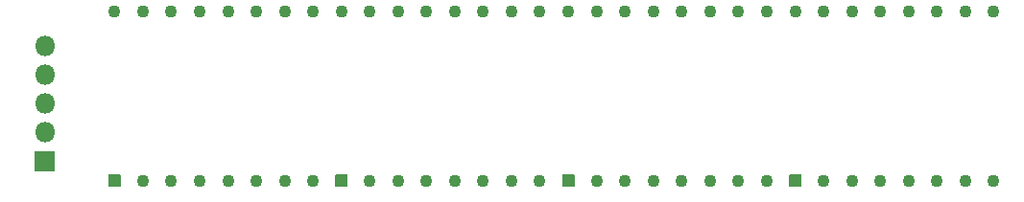
<source format=gts>
G04 #@! TF.GenerationSoftware,KiCad,Pcbnew,(5.1.9)-1*
G04 #@! TF.CreationDate,2021-03-16T21:09:54+08:00*
G04 #@! TF.ProjectId,driver,64726976-6572-42e6-9b69-6361645f7063,v1.0*
G04 #@! TF.SameCoordinates,Original*
G04 #@! TF.FileFunction,Soldermask,Top*
G04 #@! TF.FilePolarity,Negative*
%FSLAX46Y46*%
G04 Gerber Fmt 4.6, Leading zero omitted, Abs format (unit mm)*
G04 Created by KiCad (PCBNEW (5.1.9)-1) date 2021-03-16 21:09:54*
%MOMM*%
%LPD*%
G01*
G04 APERTURE LIST*
%ADD10O,1.800000X1.800000*%
%ADD11C,1.100000*%
G04 APERTURE END LIST*
D10*
X35828800Y-44972800D03*
X35828800Y-47512800D03*
X35828800Y-50052800D03*
X35828800Y-52592800D03*
G36*
G01*
X34928800Y-55982800D02*
X34928800Y-54282800D01*
G75*
G02*
X34978800Y-54232800I50000J0D01*
G01*
X36678800Y-54232800D01*
G75*
G02*
X36728800Y-54282800I0J-50000D01*
G01*
X36728800Y-55982800D01*
G75*
G02*
X36678800Y-56032800I-50000J0D01*
G01*
X34978800Y-56032800D01*
G75*
G02*
X34928800Y-55982800I0J50000D01*
G01*
G37*
G36*
G01*
X101482120Y-57384360D02*
X101482120Y-56384360D01*
G75*
G02*
X101532120Y-56334360I50000J0D01*
G01*
X102532120Y-56334360D01*
G75*
G02*
X102582120Y-56384360I0J-50000D01*
G01*
X102582120Y-57384360D01*
G75*
G02*
X102532120Y-57434360I-50000J0D01*
G01*
X101532120Y-57434360D01*
G75*
G02*
X101482120Y-57384360I0J50000D01*
G01*
G37*
D11*
X104532120Y-56884360D03*
X107032120Y-56884360D03*
X109532120Y-56884360D03*
X112032120Y-56884360D03*
X114532120Y-56884360D03*
X117032120Y-56884360D03*
X119532120Y-56884360D03*
X119532120Y-41884360D03*
X117032120Y-41884360D03*
X114532120Y-41884360D03*
X112032120Y-41884360D03*
X109532120Y-41884360D03*
X107032120Y-41884360D03*
X104532120Y-41884360D03*
X102032120Y-41884360D03*
G36*
G01*
X81466920Y-57384360D02*
X81466920Y-56384360D01*
G75*
G02*
X81516920Y-56334360I50000J0D01*
G01*
X82516920Y-56334360D01*
G75*
G02*
X82566920Y-56384360I0J-50000D01*
G01*
X82566920Y-57384360D01*
G75*
G02*
X82516920Y-57434360I-50000J0D01*
G01*
X81516920Y-57434360D01*
G75*
G02*
X81466920Y-57384360I0J50000D01*
G01*
G37*
X84516920Y-56884360D03*
X87016920Y-56884360D03*
X89516920Y-56884360D03*
X92016920Y-56884360D03*
X94516920Y-56884360D03*
X97016920Y-56884360D03*
X99516920Y-56884360D03*
X99516920Y-41884360D03*
X97016920Y-41884360D03*
X94516920Y-41884360D03*
X92016920Y-41884360D03*
X89516920Y-41884360D03*
X87016920Y-41884360D03*
X84516920Y-41884360D03*
X82016920Y-41884360D03*
G36*
G01*
X61451720Y-57384360D02*
X61451720Y-56384360D01*
G75*
G02*
X61501720Y-56334360I50000J0D01*
G01*
X62501720Y-56334360D01*
G75*
G02*
X62551720Y-56384360I0J-50000D01*
G01*
X62551720Y-57384360D01*
G75*
G02*
X62501720Y-57434360I-50000J0D01*
G01*
X61501720Y-57434360D01*
G75*
G02*
X61451720Y-57384360I0J50000D01*
G01*
G37*
X64501720Y-56884360D03*
X67001720Y-56884360D03*
X69501720Y-56884360D03*
X72001720Y-56884360D03*
X74501720Y-56884360D03*
X77001720Y-56884360D03*
X79501720Y-56884360D03*
X79501720Y-41884360D03*
X77001720Y-41884360D03*
X74501720Y-41884360D03*
X72001720Y-41884360D03*
X69501720Y-41884360D03*
X67001720Y-41884360D03*
X64501720Y-41884360D03*
X62001720Y-41884360D03*
G36*
G01*
X41436520Y-57384360D02*
X41436520Y-56384360D01*
G75*
G02*
X41486520Y-56334360I50000J0D01*
G01*
X42486520Y-56334360D01*
G75*
G02*
X42536520Y-56384360I0J-50000D01*
G01*
X42536520Y-57384360D01*
G75*
G02*
X42486520Y-57434360I-50000J0D01*
G01*
X41486520Y-57434360D01*
G75*
G02*
X41436520Y-57384360I0J50000D01*
G01*
G37*
X44486520Y-56884360D03*
X46986520Y-56884360D03*
X49486520Y-56884360D03*
X51986520Y-56884360D03*
X54486520Y-56884360D03*
X56986520Y-56884360D03*
X59486520Y-56884360D03*
X59486520Y-41884360D03*
X56986520Y-41884360D03*
X54486520Y-41884360D03*
X51986520Y-41884360D03*
X49486520Y-41884360D03*
X46986520Y-41884360D03*
X44486520Y-41884360D03*
X41986520Y-41884360D03*
M02*

</source>
